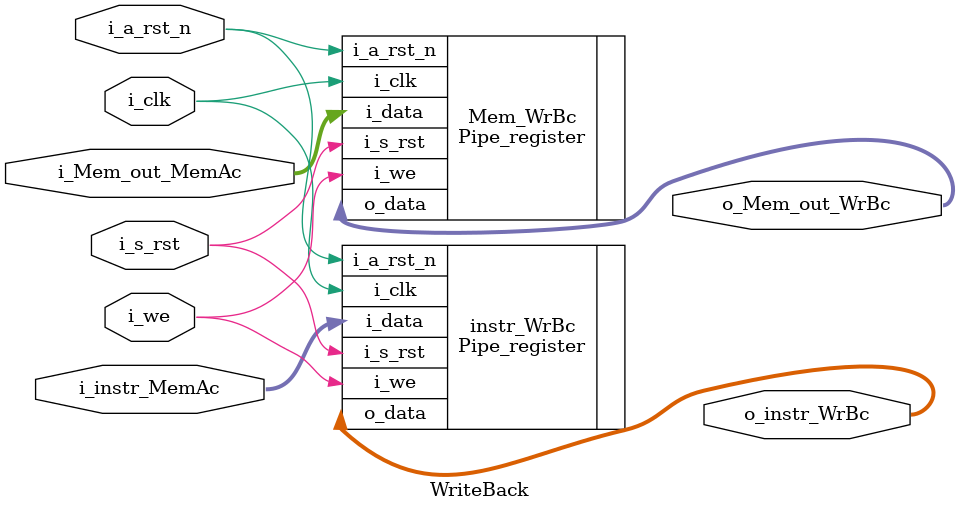
<source format=v>
module WriteBack (i_clk,
                  i_a_rst_n,
                  i_s_rst,
                  i_we,
                  i_instr_MemAc,
                  i_Mem_out_MemAc,
                  o_instr_WrBc,
                  o_Mem_out_WrBc
                  );
              

input   [31:0]  i_instr_MemAc,  i_Mem_out_MemAc;
input           i_clk, 
                i_a_rst_n, 
                i_s_rst, 
                i_we;
output  [31:0]  o_instr_WrBc,   o_Mem_out_WrBc;

Pipe_register 
#(.WIDTH(32)) instr_WrBc( .i_clk       (i_clk),
                          .i_a_rst_n   (i_a_rst_n),
                          .i_s_rst     (i_s_rst),
                          .i_we        (i_we),
                          .i_data      (i_instr_MemAc),
                          .o_data      (o_instr_WrBc)
                        );

Pipe_register 
#(.WIDTH(32)) Mem_WrBc(   .i_clk       (i_clk),
                          .i_a_rst_n   (i_a_rst_n),
                          .i_s_rst     (i_s_rst),
                          .i_we        (i_we),
                          .i_data      (i_Mem_out_MemAc),
                          .o_data      (o_Mem_out_WrBc)
                       );

endmodule




</source>
